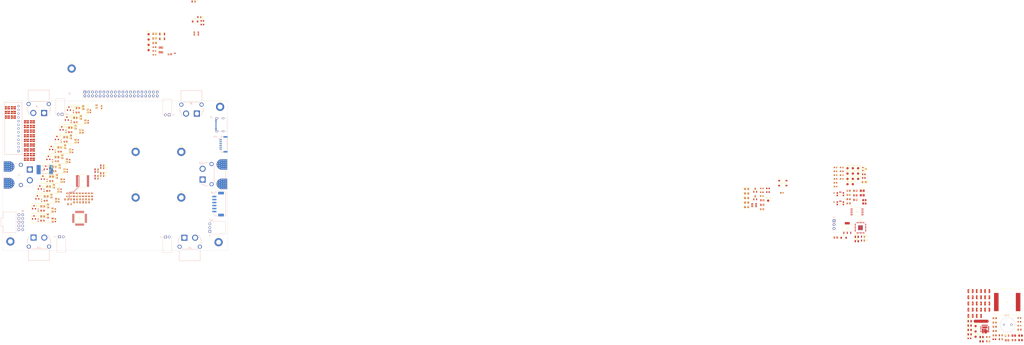
<source format=kicad_pcb>
(kicad_pcb (version 20221018) (generator pcbnew)
  (layers (0 "F.Cu" signal) (1 "In1.Cu" power) (2 "In2.Cu" power) (31 "B.Cu" signal) (34 "B.Paste" user) (35 "F.Paste" user) (36 "B.SilkS" user "B.Silkscreen") (37 "F.SilkS" user "F.Silkscreen") (38 "B.Mask" user) (39 "F.Mask" user) (44 "Edge.Cuts" user))
  (net 0 "")
  (net 1 "GND")
  (net 2 "Net-(U2-BAT)")
  (net 3 "+3V3")
  (net 4 "+1V1")
  (net 5 "+BATT")
  (net 6 "Net-(U2-SRP)")
  (net 7 "Net-(U2-SRN)")
  (net 8 "Net-(U2-REG18)")
  (net 9 "/Microcontroller/XIN")
  (net 10 "+5V")
  (net 11 "Net-(C24-Pad2)")
  (net 12 "Net-(Q13-S)")
  (net 13 "GNDPWR")
  (net 14 "GNDA")
  (net 15 "Net-(C42-Pad2)")
  (net 16 "Net-(U6-VDD)")
  (net 17 "Net-(U6-SS)")
  (net 18 "Net-(U6-VDRV)")
  (net 19 "Net-(U6-VSNS)")
  (net 20 "Net-(C46-Pad2)")
  (net 21 "Net-(C47-Pad1)")
  (net 22 "Net-(U6-PHASE)")
  (net 23 "Net-(C49-Pad1)")
  (net 24 "Net-(D1-Pad1)")
  (net 25 "/Microcontroller/VBUS")
  (net 26 "Net-(Q2-E)")
  (net 27 "Net-(Q3-E)")
  (net 28 "Net-(Q4-E)")
  (net 29 "Net-(Q5-E)")
  (net 30 "Net-(Q6-E)")
  (net 31 "Net-(Q7-E)")
  (net 32 "Net-(Q8-E)")
  (net 33 "Net-(Q9-E)")
  (net 34 "Net-(Q10-E)")
  (net 35 "Net-(Q11-E)")
  (net 36 "Net-(Q12-E)")
  (net 37 "/Microcontroller/USB_D+")
  (net 38 "/Microcontroller/USB_D-")
  (net 39 "/Microcontroller/SWCLK")
  (net 40 "/Microcontroller/SWD")
  (net 41 "/Battery Stack Monitor/SPI_TX")
  (net 42 "/Battery Stack Monitor/SPI_CS")
  (net 43 "/Battery Stack Monitor/SPI_SCLK")
  (net 44 "Net-(J1-Pad13)")
  (net 45 "Net-(LED1-K)")
  (net 46 "Net-(LED1-A)")
  (net 47 "Net-(LED2-K)")
  (net 48 "Net-(LED2-A)")
  (net 49 "Net-(LED3-K)")
  (net 50 "Net-(LED3-A)")
  (net 51 "Net-(LED4-K)")
  (net 52 "Net-(LED4-A)")
  (net 53 "Net-(LED5-K)")
  (net 54 "Net-(LED5-A)")
  (net 55 "Net-(LED6-K)")
  (net 56 "Net-(LED6-A)")
  (net 57 "Net-(LED7-K)")
  (net 58 "Net-(LED7-A)")
  (net 59 "Net-(LED8-K)")
  (net 60 "Net-(LED8-A)")
  (net 61 "Net-(LED9-K)")
  (net 62 "Net-(LED9-A)")
  (net 63 "Net-(LED10-K)")
  (net 64 "Net-(LED10-A)")
  (net 65 "Net-(LED11-K)")
  (net 66 "Net-(LED11-A)")
  (net 67 "Net-(LED12-K)")
  (net 68 "Net-(LED12-A)")
  (net 69 "Net-(LED13-A)")
  (net 70 "Net-(J3-CC1_A)")
  (net 71 "/Battery Stack Monitor/C12")
  (net 72 "/Battery Stack Monitor/C11")
  (net 73 "/Battery Stack Monitor/C10")
  (net 74 "/Battery Stack Monitor/C9")
  (net 75 "/Battery Stack Monitor/C8")
  (net 76 "/Battery Stack Monitor/C7")
  (net 77 "/Battery Stack Monitor/C6")
  (net 78 "/Battery Stack Monitor/C5")
  (net 79 "/Battery Stack Monitor/C4")
  (net 80 "/Battery Stack Monitor/C3")
  (net 81 "/Battery Stack Monitor/C2")
  (net 82 "/Battery Stack Monitor/C1")
  (net 83 "/Battery Stack Monitor/C0")
  (net 84 "/Battery Stack Monitor/SPI_RX")
  (net 85 "Net-(U7-VOUT)")
  (net 86 "Net-(U9-VDD)")
  (net 87 "/Battery Stack Monitor/ALERT")
  (net 89 "Net-(J3-CC1_B)")
  (net 91 "/Battery Stack Monitor/RST_SHUT")
  (net 92 "Net-(LED14-A)")
  (net 93 "/External Connections and Sensing/RGB_DIN")
  (net 94 "Net-(U8-VDD)")
  (net 95 "/Microcontroller/GPIO10")
  (net 96 "/Microcontroller/GPIO11")
  (net 97 "/Microcontroller/PIXDAT")
  (net 98 "/Microcontroller/GPIO13")
  (net 99 "/Microcontroller/GPIO14")
  (net 100 "/Microcontroller/GPIO15")
  (net 101 "/Microcontroller/GPIO29_ADC3")
  (net 102 "/Microcontroller/GPIO28_ADC2")
  (net 103 "/Microcontroller/PIXCLK")
  (net 104 "/Microcontroller/DACCLK")
  (net 105 "/Microcontroller/GPIO25")
  (net 106 "/Microcontroller/GPIO24")
  (net 107 "/Microcontroller/GPIO23")
  (net 108 "/Microcontroller/GPIO22")
  (net 109 "Net-(R109-Pad2)")
  (net 110 "/Microcontroller/GPIO21")
  (net 111 "/Microcontroller/GPIO20")
  (net 112 "/Microcontroller/GPIO19")
  (net 113 "/Microcontroller/GPIO18")
  (net 114 "/Microcontroller/GPIO17")
  (net 115 "/Microcontroller/GPIO16")
  (net 116 "/Microcontroller/RUN")
  (net 117 "/Battery Stack Monitor/-BATT")
  (net 118 "+3.3V")
  (net 121 "Net-(U6-SW)")
  (net 122 "Net-(Q2-B)")
  (net 123 "Net-(Q3-B)")
  (net 124 "Net-(Q4-B)")
  (net 125 "Net-(Q5-B)")
  (net 126 "Net-(Q6-B)")
  (net 127 "Net-(Q7-B)")
  (net 128 "Net-(Q8-B)")
  (net 129 "Net-(Q9-B)")
  (net 130 "Net-(Q10-B)")
  (net 131 "Net-(Q11-B)")
  (net 132 "Net-(Q12-B)")
  (net 133 "Net-(U1-~{E})")
  (net 134 "Net-(U1-S0)")
  (net 135 "Net-(U1-S1)")
  (net 136 "Net-(U1-S2)")
  (net 137 "Net-(U1-S3)")
  (net 138 "Net-(U2-VC11)")
  (net 139 "Net-(U2-VC10)")
  (net 140 "Net-(U2-VC9)")
  (net 141 "Net-(U2-VC8)")
  (net 142 "Net-(U2-VC7)")
  (net 143 "Net-(U2-VC6)")
  (net 144 "Net-(U2-VC5)")
  (net 145 "Net-(U2-VC4)")
  (net 146 "Net-(U2-VC3)")
  (net 147 "Net-(U2-PACK)")
  (net 148 "/Microcontroller/XOUT")
  (net 149 "/Microcontroller/~{USB_BOOT}")
  (net 150 "/Microcontroller/QSPI_SS")
  (net 151 "Net-(U2-TS1)")
  (net 152 "Net-(U5-USB_DP)")
  (net 153 "Net-(U5-USB_DM)")
  (net 154 "Net-(U6-EN)")
  (net 155 "Net-(R105-Pad1)")
  (net 156 "Net-(U6-COMP)")
  (net 157 "Net-(U6-ILIMIT)")
  (net 158 "Net-(U6-ULTRASONIC)")
  (net 159 "Net-(U6-MODE)")
  (net 160 "Net-(U6-FSW)")
  (net 161 "Net-(U6-BOOT)")
  (net 162 "Net-(U6-VFB)")
  (net 163 "Net-(U1-COM)")
  (net 171 "Net-(U2-TS2)")
  (net 172 "Net-(U2-TS3)")
  (net 173 "Net-(U2-DCHG)")
  (net 174 "Net-(U2-DDSG)")
  (net 180 "/Microcontroller/QSPI_SD1")
  (net 181 "/Microcontroller/QSPI_SD2")
  (net 182 "/Microcontroller/QSPI_SD0")
  (net 183 "/Microcontroller/QSPI_SCLK")
  (net 184 "/Microcontroller/QSPI_SD3")
  (net 186 "/External Connections and Sensing/RGB_DOUT")
  (net 187 "Net-(Q1-B)")
  (net 188 "/Microcontroller/DACDAT")
  (net 189 "/Microcontroller/TEMP_BAL")
  (net 190 "/Microcontroller/TEMP_CORE")
  (net 195 "/External Connections and Sensing/PIX_CLK")
  (net 196 "/External Connections and Sensing/PIX_DAT")
  (net 201 "/External Connections and Sensing/DAC_DAT")
  (net 202 "/External Connections and Sensing/DAC_CLK")
  (net 203 "/External Connections and Sensing/TEMP_CORE")
  (net 204 "/External Connections and Sensing/TEMP_BAL")
  (net 207 "Net-(J15-Pad4)")
  (net 208 "Net-(R122-Pad2)")
  (net 209 "Net-(R123-Pad2)")
  (net 211 "Net-(J3-D+_A)")
  (net 212 "Net-(J3-D-_A)")
  (footprint "FixedWing:RESC2012X50N" (layer "F.Cu") (at 63.25 109.7 -90)
    (fp_text reference "R1")
    (fp_text value "100" hide)
  )
  (footprint "MountingHole:MountingHole_3.2mm_M3_ISO14580_Pad" (layer "F.Cu") (at 174 124.5)
    (fp_text reference "H4")
    (fp_text value "MountingHole_Pad")
  )
  (footprint "FixedWing:CAPC1608X90N" (layer "F.Cu") (at 540.77 91)
    (fp_text reference "C72")
    (fp_text value "1µ")
  )
  (footprint "TestPoint:TestPoint_Pad_D1.5mm" (layer "F.Cu") (at 127.275 -3.915)
    (fp_text reference "TP4")
    (fp_text value "TestPoint")
  )
  (footprint "FixedWing:RES_CRCW_0805_VIS" (layer "F.Cu") (at 75.5 92.8 -90)
    (fp_text reference "R78")
    (fp_text value "0")
  )
  (footprint "FixedWing:KOA_Speer-RK73H2A-0-0-MFG" (layer "F.Cu") (at 161.1 -26.04)
    (fp_text reference "R91")
    (fp_text value "10k" hide)
  )
  (footprint "FixedWing:KOA_Speer-RK73H2A-0-0-MFG" (layer "F.Cu") (at 604.16 123.3629)
    (fp_text reference "R100")
    (fp_text value "10k" hide)
  )
  (footprint "FixedWing:RES_CRCW_0805_VIS" (layer "F.Cu") (at 86.5 97.8)
    (fp_text reference "R82")
    (fp_text value "0")
  )
  (footprint "FixedWing:RESC2012X50N" (layer "F.Cu") (at 81.6 50.351 -90)
    (fp_text reference "R46")
    (fp_text value "100" hide)
  )
  (footprint "FixedWing:RESC2012X50N" (layer "F.Cu") (at 67.85 73.9 90)
    (fp_text reference "R30")
    (fp_text value "475" hide)
  )
  (footprint "FixedWing:RES_R1632_ROM" (layer "F.Cu") (at 45.7 69.019871 90)
    (fp_text reference "R3")
    (fp_text value "15")
  )
  (footprint "FixedWing:RC0805N_YAG" (layer "F.Cu") (at 692.1307 183.887)
    (fp_text reference "R116")
    (fp_text value "11.5k")
  )
  (footprint "FixedWing:RESC2012X50N" (layer "F.Cu") (at 63.2 103 -90)
    (fp_text reference "R6")
    (fp_text value "100" hide)
  )
  (footprint "FixedWing:BZT52C5V6T7" (layer "F.Cu") (at 55.8 96.4 90)
    (fp_text reference "Z3")
    (fp_text value "BZT52C5V6T-7" hide)
  )
  (footprint "FixedWing:RC0805N_YAG" (layer "F.Cu") (at 67.9509 63.949 180)
    (fp_text reference "R37")
    (fp_text value "27")
  )
  (footprint "FixedWing:QFP50P900X900X120-48N" (layer "F.Cu") (at 81.2 108.5 -90)
    (fp_text reference "U2")
    (fp_text value "BQ7697202PFBR" hide)
  )
  (footprint "TestPoint:TestPoint_Pad_D1.5mm" (layer "F.Cu") (at 127.275 -11.015)
    (fp_text reference "TP2")
    (fp_text value "TestPoint")
  )
  (footprint "FixedWing:IND_IHLP-6767GZ_VIS" (layer "F.Cu") (at 700.5 164.5)
    (fp_text reference "L1")
    (fp_text value "5.6u")
  )
  (footprint "FixedWing:RESC2012X50N" (layer "F.Cu") (at 131.3 -8.715)
    (fp_text reference "R93")
    (fp_text value "100" hide)
  )
  (footprint "FixedWing:KOA_Speer-RK73H2A-0-0-MFG" (layer "F.Cu") (at 604.16 120.7629)
    (fp_text reference "R99")
    (fp_text value "10k" hide)
  )
  (footprint "FixedWing:G-32_MUR" (layer "F.Cu") (at 681.5896 173.7705)
    (fp_text reference "C60")
    (fp_text value "47µ")
  )
  (footprint "FixedWing:RESC2012X50N" (layer "F.Cu") (at 92.5 33.7255 -90)
    (fp_text reference "R61")
    (fp_text value "100" hide)
  )
  (footprint "FixedWing:G-32_MUR" (layer "F.Cu") (at 681.5896 161.3217)
    (fp_text reference "C57")
    (fp_text value "47µ")
  )
  (footprint "FixedWing:RES_R1632_ROM" (layer "F.Cu") (at 45.7 44.0279 90)
    (fp_text reference "R43")
    (fp_text value "15")
  )
  (footprint "FixedWing:RES_R1632_ROM" (layer "F.Cu") (at 45.7 53.315843 90)
    (fp_text reference "R28")
    (fp_text value "15")
  )
  (footprint "FixedWing:G-32_MUR" (layer "F.Cu") (at 687.1616 169.6209)
    (fp_text reference "C64")
    (fp_text value "47µ")
  )
  (footprint "FixedWing:RES_R1632_ROM" (layer "F.Cu") (at 33 34.6279 90)
    (fp_text reference "R58")
    (fp_text value "15")
  )
  (footprint "TestPoint:TestPoint_Pad_D1.5mm" (layer "F.Cu") (at 679.3866 184.1623)
    (fp_text reference "TP17")
    (fp_text value "TestPoint")
  )
  (footprint "TestPoint:TestPoint_Pad_D1.5mm" (layer "F.Cu") (at 679.3866 180.6123)
    (fp_text reference "TP16")
    (fp_text value "TestPoint")
  )
  (footprint "FixedWing:SOIC_208MIL_WIN" (layer "F.Cu") (at 600.2271 104.2255)
    (fp_text reference "U3")
    (fp_text value "W25Q128JVSIQ TR")
  )
  (footprint "FixedWing:CAP_GCJ-18_MUR" (layer "F.Cu") (at 585.8375 74.5576)
    (fp_text reference "C25")
    (fp_text value "0.1µ")
  )
  (footprint "FixedWing:G-32_MUR" (layer "F.Cu") (at 687.1616 161.3217)
    (fp_text reference "C62")
    (fp_text value "47µ")
  )
  (footprint "FixedWing:SOT95P240X105-3N" (layer "F.Cu") (at 50.8 101.1 90)
    (fp_text reference "Q2")
    (fp_text value "DNBT8105-7")
  )
  (footprint "FixedWing:LEDC2012X120N" (layer "F.Cu") (at 58.9 93.9)
    (fp_text reference "LED3")
    (fp_text value "LTST-C170KRKT" hide)
  )
  (footprint "FixedWing:CAP_GCJ-18_MUR" (layer "F.Cu") (at 65.05 109.8255 -90)
    (fp_text reference "C1")
    (fp_text value "0.1µ")
  )
  (footprint "FixedWing:SOT23-6L_STM" (layer "F.Cu") (at 159.12315 -14.997301)
    (fp_text reference "CR1")
    (fp_text value "USBLC6-2SC6")
  )
  (footprint "FixedWing:RES_R1632_ROM" (layer "F.Cu") (at 49.7 62.8279 90)
    (fp_text reference "R14")
    (fp_text value "15")
  )
  (footprint "FixedWing:G-32_MUR" (layer "F.Cu") (at 676.0176 165.4713)
    (fp_text reference "C53")
    (fp_text value "47µ")
  )
  (footprint "FixedWing:KOA_Speer-RK73H2A-0-0-MFG" (layer "F.Cu") (at 96.3 80.1)
    (fp_text reference "R70")
    (fp_text value "10k" hide)
  )
  (footprint "FixedWing:KOA_Speer-RK73H2A-0-0-MFG" (layer "F.Cu") (at 157.3 -36.44)
    (fp_text reference "R62")
    (fp_text value "10k" hide)
  )
  (footprint "FixedWing:CAP_GCJ-18_MUR" (layer "F.Cu") (at 585.8375 84.7552)
    (fp_text reference "C33")
    (fp_text value "0.1µ")
  )
  (footprint "FixedWing:RESC2012X50N" (layer "F.Cu") (at 62.4 93.7 90)
    (fp_text reference "R15")
    (fp_text value "475" hide)
  )
  (footprint "FixedWing:D_SOD-123" (layer "F.Cu") (at 158.32 -23.065)
    (fp_text reference "D1")
    (fp_text value "100V")
  )
  (footprint "FixedWing:CAPC2012X94N" (layer "F.Cu") (at 704.9296 186.9553)
    (fp_text reference "C44")
    (fp_text value "33n")
  )
  (footprint "FixedWing:RC0805N_YAG" (layer "F.Cu") (at 536.7991 102.4571)
    (fp_text reference "R120")
    (fp_text value "8.16k")
  )
  (footprint "FixedWing:RESC2012X50N" (layer "F.Cu") (at 85.1 43.8 -90)
    (fp_text reference "R51")
    (fp_text value "100" hide)
  )
  (footprint "FixedWing:RES_R1632_ROM" (layer "F.Cu") (at 45.7 62.8279 90)
    (fp_text reference "R13")
    (fp_text value "15")
  )
  (footprint "FixedWing:RES_CRCW_0805_VIS" (layer "F.Cu") (at 74.5 99)
    (fp_text reference "R88")
    (fp_text value "0")
  )
  (footprint "FixedWing:G-32_MUR" (layer "F.Cu") (at 676.0176 169.6209)
    (fp_text reference "C54")
    (fp_text value "47µ")
  )
  (footprint "FixedWing:DB0024A_N" (layer "F.Cu") (at 83.174998 83.574999)
    (fp_text reference "U1")
    (fp_text value "CD74HC4067")
  )
  (footprint "FixedWing:LEDC2012X120N" (layer "F.Cu") (at 56.6 100.5)
    (fp_text reference "LED2")
    (fp_text value "LTST-C170KRKT" hide)
  )
  (footprint "FixedWing:RESC2012X50N" (layer "F.Cu") (at 69.6 67.3 90)
    (fp_text reference "R35")
    (fp_text value "475" hide)
  )
  (footprint "MountingHole:MountingHole_3.2mm_M3_ISO14580_Pad" (layer "F.Cu") (at 149.1 94.6)
    (fp_text reference "H6")
    (fp_text value "MountingHole_Pad")
  )
  (footprint "FixedWing:LED_LTST-C170KGKT_LTO" (layer "F.Cu") (at 704.9315 189.9606)
    (fp_text reference "LED14")
    (fp_text value "LTST-C170KGKT")
  )
  (footprint "FixedWing:CAP_GCJ-18_MUR" (layer "F.Cu") (at 70.9 83.3255 90)
    (fp_text reference "C5")
    (fp_text value "0.1µ")
  )
  (footprint "FixedWing:RES_CRCW_0805_VIS" (layer "F.Cu") (at 77.5 92.8 -90)
    (fp_text reference "R77")
    (fp_text value "0")
  )
  (footprint "FixedWing:CAP_GCJ-18_MUR" (layer "F.Cu") (at 72.95 76.7255 90)
    (fp_text reference "C6")
    (fp_text value "0.1µ")
  )
  (footprint "FixedWing:RESC2012X50N" (layer "F.Cu") (at 78.5 56.8 -90)
    (fp_text reference "R41")
    (fp_text value "100" hide)
  )
  (footprint "FixedWing:BZT52C5V6T7" (layer "F.Cu") (at 53.6 103 90)
    (fp_text reference "Z2")
    (fp_text value "BZT52C5V6T-7" hide)
  )
  (footprint "FixedWing:RESC2012X50N" (layer "F.Cu") (at 60.1 100.3 90)
    (fp_text reference "R10")
    (fp_text value "475" hide)
  )
  (footprint "TestPoint:TestPoint_Pad_D1.5mm" (layer "F.Cu") (at 600.975 78.6079)
    (fp_text reference "TP14")
    (fp_text value "TestPoint")
  )
  (footprint "TestPoint:TestPoint_Pad_D1.5mm" (layer "F.Cu") (at 597.425 78.6079)
    (fp_text reference "TP10")
    (fp_text value "TestPoint")
  )
  (footprint "FixedWing:RC0805N_YAG" (layer "F.Cu") (at 56.4009 110.1 180)
    (fp_text reference "R2")
    (fp_text value "27")
  )
  (footprint "FixedWing:SOT223-3_ONS" (layer "F.Cu") (at 593.7133 115.029)
    (fp_text reference "U4")
    (fp_text value "NCP1117ST33T3G")
  )
  (footprint "FixedWing:CAP_GCJ-18_MUR" (layer "F.Cu") (at 74.6 70.1745 90)
    (fp_text reference "C7")
    (fp_text value "0.1µ")
  )
  (footprint "FixedWing:RES_R1632_ROM" (layer "F.Cu") (at 49.7 69.022014 90)
    (fp_text reference "R4")
    (fp_text value "15")
  )
  (footprint "FixedWing:LEDC2012X120N" (layer "F.Cu") (at 68 61.1)
    (fp_text reference "LED8")
    (fp_text value "LTST-C170KRKT" hide)
  )
  (footprint "FixedWing:RES_CRCW_0805_VIS" (layer "F.Cu") (at 88.5 95.8)
    (fp_text reference "R81")
    (fp_text value "0")
  )
  (footprint "FixedWing:RESC2012X50N" (layer "F.Cu") (at 86.6 36.749 -90)
    (fp_text reference "R56")
    (fp_text value "100" hide)
  )
  (footprint "NetTie:NetTie-2_SMD_Pad0.5mm" (layer "F.Cu") (at 144.86 -1.85)
    (fp_text reference "NT1" hide)
    (fp_text value "NetTie_2" hide)
  )
  (footprint "TestPoint:TestPoint_Pad_D1.5mm" (layer "F.Cu") (at 593.875 75.0579)
    (fp_text reference "TP5")
    (fp_text value "TestPoint")
  )
  (footprint "FixedWing:RC0805N_YAG" (layer "F.Cu") (at 66.0509 70.449 180)
    (fp_text reference "R32")
    (fp_text value "27")
  )
  (footprint "FixedWing:LEDC2012X120N" (layer "F.Cu") (at 80.1491 34.7)
    (fp_text reference "LED12")
    (fp_text value "LTST-C170KRKT" hide)
  )
  (footprint "FixedWing:RESC2012X60N" (layer "F.Cu") (at 675.4216 177.3023)
    (fp_text reference "R104")
    (fp_text value "562k")
  )
  (footprint "FixedWing:RESC2012X60N" (layer "F.Cu") (at 600.07 120.9279)
    (fp_text reference "R95")
    (fp_text value "5.6k")
  )
  (footprint "FixedWing:RES_R1632_ROM" (layer "F.Cu") (at 45.7 50.219862 90)
    (fp_text reference "R33")
    (fp_text value "15")
  )
  (footprint "FixedWing:G-32_MUR" (layer "F.Cu") (at 681.5896 165.4713)
    (fp_text reference "C58")
    (fp_text value "47µ")
  )
  (footprint "FixedWing:RES_CRCW_0805_VIS" (layer "F.Cu") (at 76.5 95.8)
    (fp_text reference "R87")
    (fp_text value "0")
  )
  (footprint "FixedWing:G-21_MUR" (layer "F.Cu") (at 687.7607 190.7448)
    (fp_text reference "C48")
    (fp_text value "1.5n")
  )
  (footprint "TestPoint:TestPoint_Pad_D1.5mm" (layer "F.Cu") (at 597.425 82.1579)
    (fp_text reference "TP11")
    (fp_text value "TestPoint")
  )
  (footprint "FixedWing:BZT52C5V6T7" (layer "F.Cu") (at 53.55 109.7 90)
    (fp_text reference "Z1")
    (fp_text value "BZT52C5V6T-7" hide)
  )
  (footprint "FixedWing:CAP_GCJ-18_MUR" (layer "F.Cu") (at 585.8375 77.107)
    (fp_text reference "C29")
    (fp_text value "0.1µ")
  )
  (footprint "FixedWing:RES_CRCW_0805_VIS" (layer "F.Cu") (at 83.5 92.8 -90)
    (fp_text reference "R74")
    (fp_text value "0")
  )
  (footprint "FixedWing:RESC2012X50N" (layer "F.Cu") (at 72.8 70 -90)
    (fp_text reference "R31")
    (fp_text value "100" hide)
  )
  (footprint "FixedWing:RES_R1632_ROM" (layer "F.Cu") (at 45.7 56.411824 90)
    (fp_text reference "R23")
    (fp_text value "15")
  )
  (footprint "FixedWing:RESC2012X50N" (layer "F.Cu") (at 78.5 47.651 90)
    (fp_text reference "R50")
    (fp_text value "475" hide)
  )
  (footprint "FixedWing:RC0805N_YAG" (layer "F.Cu") (at 56.4509 103.4 180)
    (fp_text reference "R7")
    (fp_text value "27")
  )
  (footprint "FixedWing:G-32_MUR" (layer "F.Cu") (at 676.0176 157.1721)
    (fp_text reference "C51")
    (fp_text value "47µ")
  )
  (footprint "FixedWing:CAPC2012X70" (layer "F.Cu") (at 603.7084 90.0813)
    (fp_text reference "C23")
    (fp_text value "15p")
  )
  (footprint "FixedWing:CAP_CL21B106KOQNNNE_SAM" (layer "F.Cu") (at 599.0453 90.1016)
    (fp_text reference "C26")
    (fp_text value "10µ")
  )
  (footprint "FixedWing:KOA_Speer-RK73H2A-0-0-MFG" (layer "F.Cu") (at 96.3 78.3)
    (fp_text reference "R69")
    (fp_text value "10k" hide)
  )
  (footprint "FixedWing:RES_CRCW_0805_VIS" (layer "F.Cu") (at 79.5 92.8 -90)
    (fp_text reference "R76")
    (fp_text value "0")
  )
  (footprint "FixedWing:RES_R1632_ROM" (layer "F.Cu") (at 33 37.723881 90)
    (fp_text reference "R53")
    (fp_text value "15")
  )
  (footprint "FixedWing:SOT95P240X105-3N" (layer "F.Cu") (at 50.75 107.9 90)
    (fp_text reference "Q1")
    (fp_text value "DNBT8105-7")
  )
  (footprint "TestPoint:TestPoint_Pad_D1.5mm" (layer "F.Cu") (at 127.275 -7.465)
    (fp_text reference "TP3")
    (fp_text value "TestPoint")
  )
  (footprint "TestPoint:TestPoint_Pad_D1.5mm" (layer "F.Cu") (at 593.875 82.1579)
    (fp_text reference "TP7")
    (fp_text value "TestPoint")
  )
  (footprint "MountingHole:MountingHole_3.2mm_M3_ISO14580_Pad" (layer "F.Cu") (at 149.1 64.1)
    (fp_text reference "H8")
    (fp_text value "MountingHole_Pad")
  )
  (footprint "FixedWing:RES_R1632_ROM" (layer "F.Cu") (at 49.7 44.0279 90)
    (fp_text reference "R44")
    (fp_text value "15")
  )
  (footprint "FixedWing:G-21_MUR" (layer "F.Cu") (at 687.7607 187.8398)
    (fp_text reference "C46")
    (fp_text value "3.9n")
  )
  (footprint "FixedWing:CAP_GCJ-18_MUR" (layer "F.Cu") (at 131.1375 -3.3659)
    (fp_text reference "C18")
    (fp_text value "0.1µ")
  )
  (footprint "FixedWing:RC0805N_YAG" (layer "F.Cu") (at 692.1307 178.1786)
    (fp_text reference "R109")
    (fp_text value "1k")
  )
  (footprint "FixedWing:LEDC2012X120N" (layer "F.Cu") (at 66.1 67.6)
    (fp_text reference "LED7")
    (fp_text value "LTST-C170KRKT" hide)
  )
  (footprint "FixedWing:RES_CRCW_0805_VIS" (layer "F.Cu") (at 73 92.8 -90)
    (fp_text reference "R79")
    (fp_text value "0")
  )
  (footprint "FixedWing:CAP_CC0805_YAG" (layer "F.Cu") (at 700.3974 190.0514)
    (fp_text reference "C42")
    (fp_text value "560p")
  )
  (footprint "FixedWing:G-32_MUR" (layer "F.Cu") (at 687.1616 165.4713)
    (fp_text reference "C63")
    (fp_text value "47µ")
  )
  (footprint "FixedWing:CAP_CL21B106KOQNNNE_SAM" (layer "F.Cu") (at 536.8753 96.4487)
    (fp_text reference "C70")
    (fp_text value "10µ")
  )
  (footprint "FixedWing:G-32_MUR" (layer "F.Cu") (at 681.5896 169.6209)
    (fp_text reference "C59")
    (fp_text value "47µ")
  )
  (footprint "FixedWing:KOA_Speer-RK73H2A-0-0-MFG" (layer "F.Cu") (at 96.3 73.2)
    (fp_text reference "R67")
    (fp_text value "10k" hide)
  )
  (footprint "TestPoint:TestPoint_Pad_D1.5mm" (layer "F.Cu") (at 600.975 75.0579)
    (fp_text reference "TP13")
    (fp_text value "TestPoint")
  )
  (footprint "FixedWing:LEDC2012X120N" (layer "F.Cu") (at 56.55 107.2)
    (fp_text reference "LED1")
    (fp_text value "LTST-C170KRKT" hide)
  )
  (footprint "FixedWing:LEDC2012X120N" (layer "F.Cu") (at 71.9 54.3)
    (fp_text reference "LED9")
    (fp_text value "LTST-C170KRKT" hide)
  )
  (footprint "TestPoint:TestPoint_Pad_D1.5mm" (layer "F.Cu") (at 127.275 -14.565)
    (fp_text reference "TP1")
    (fp_text value "TestPoint")
  )
  (footprint "MountingHole:MountingHole_3.2mm_M3_ISO14580_Pad" (layer "F.Cu") (at 175 34)
    (fp_text reference "H2")
    (fp_text value "MountingHole_Pad")
  )
  (footprint "FixedWing:SOT95P240X105-3N" (layer "F.Cu") (at 72.7 41.8 90)
    (fp_text reference "Q11")
    (fp_text value "DNBT8105-7")
  )
  (footprint "FixedWing:RC0805N_YAG" (layer "F.Cu") (at 60.3009 90.2 180)
    (fp_text reference "R17")
    (fp_text value "27")
  )
  (footprint "FixedWing:RC0805N_YAG" (layer "F.Cu") (at 692.1307 175.3244)
    (fp_text reference "R107")
    (fp_text value "523k")
  )
  (footprint "FixedWing:RESC2012X50N" (layer "F.Cu") (at 75.4 54.1 90)
    (fp_text reference "R45")
    (fp_text value "475" hide)
  )
  (footprint "FixedWing:RC0805N_YAG" (layer "F.Cu") (at 594.5991 92.8542)
    (fp_text reference "R98")
    (fp_text value "1k")
  )
  (footprint "FixedWing:RES_CRCW_0805_VIS" (layer "F.Cu") (at 82.5 97.8)
    (fp_text reference "R84")
    (fp_text value "0")
  )
  (footprint "FixedWing:CAPC2012X145N" (layer "F.Cu") (at 709.3946 186.9553)
    (fp_text reference "C45")
    (fp_text value "4.7µ")
  )
  (footprint "FixedWing:RESC2012X50N" (layer "F.Cu") (at 131.3 -14.815)
    (fp_text reference "R80")
    (fp_text value "100" hide)
  )
  (footprint "FixedWing:CAP_GCJ-18_MUR" (layer "F.Cu") (at 67.3 96.5745 90)
    (fp_text reference "C3")
    (fp_text value "0.1µ")
  )
  (footprint "FixedWing:CAP_GCJ-18_MUR" (layer "F.Cu") (at 585.8375 79.6564)
    (fp_text reference "C30")
    (fp_text value "0.1µ")
  )
  (footprint "FixedWing:SOT-23_MC_MCH" (layer "F.Cu") (at 532.2582 89.7858)
    (fp_text reference "U9")
    (fp_text value "MCP9700AT-E/TT")
  )
  (footprint "FixedWing:RESC2012X50N" (layer "F.Cu") (at 64.05 87.1 90)
    (fp_text reference "R20")
    (fp_text value "475" hide)
  )
  (footprint "FixedWing:LED_LTST-C170KGKT_LTO" (layer "F.Cu") (at 585.9899 121.3762)
    (fp_text reference "LED13")
    (fp_text value "LTST-C170KGKT")
  )
  (footprint "FixedWing:CAPC1608X90N" (layer "F.Cu") (at 604.74 79.0729)
    (fp_text reference "C31")
    (fp_text value "1µ")
  )
  (footprint "FixedWing:RC0805N_YAG" (layer "F.Cu") (at 79.9 37.8 180)
    (fp_text reference "R57")
    (fp_text value "27")
  )
  (footprint "FixedWing:CAP_GCJ-18_MUR" (layer "F.Cu") (at 590.0125 77.107)
    (fp_text reference "C37")
    (fp_text value "0.1µ")
  )
  (footprint "FixedWing:RESC2012X50N" (layer "F.Cu") (at 74.8 63.4 -90)
    (fp_text reference "R36")
    (fp_text value "100" hide)
  )
  (footprint "FixedWing:RES_CRCW_0805_VIS" (layer "F.Cu") (at 80.5 95.8)
    (fp_text reference "R85")
    (fp_text value "0")
  )
  (footprint "FixedWing:CAPC1608X90N" (layer "F.Cu") (at 163.18 -21.02)
    (fp_text reference "C22")
    (fp_text value "1µ")
  )
  (footprint "FixedWing:SOT95P240X105-3N" (layer "F.Cu") (at 53 94.5 90)
    (fp_text reference "Q3")
    (fp_text value "DNBT8105-7")
  )
  (footprint "FixedWing:CAP_GCJ-18_MUR" (layer "F.Cu") (at 88.4 36.9745 90)
    (fp_text reference "C12")
    (fp_text value "0.1µ")
  )
  (footprint "FixedWing:RC0805N_YAG" (layer "F.Cu") (at 692.1307 181.0328)
    (fp_text reference "R112")
    (fp_text value "1k")
  )
  (footprint "FixedWing:CAPC1608X90N" (layer "F.Cu") (at 163.18 -23.5)
    (fp_text reference "C21")
    (fp_text value "1µ")
  )
  (footprint "FixedWing:CAP_GCJ-18_MUR" (layer "F.Cu") (at 536.6975 88.5547)
    (fp_text reference "C69")
    (fp_text value "0.1µ")
  )
  (footprint "FixedWing:RESC2012X50N" (layer "F.Cu") (at 71.15 76.6 -90)
    (fp_text reference "R26")
    (fp_text value "100" hide)
  )
  (footprint "FixedWing:RC0805N_YAG" (layer "F.Cu") (at 74.9509 50.9 180)
    (fp_text reference "R47")
    (fp_text value "27")
  )
  (footprint "FixedWing:RESC2012X60N" (layer "F.Cu") (at 675.4216 183.1623)
    (fp_text reference "R106")
    (fp_text value "100k")
  )
  (footprint "FixedWing:RESC2012X50N" (layer "F.Cu") (at 526.51 97.955)
    (fp_text reference "R123")
    (fp_text value "100" hide)
  )
  (footprint "FixedWing:RC0805N_YAG" (layer "F.Cu") (at 58.5509 96.8 180)
    (fp_text reference "R12")
    (fp_text value "27")
  )
  (footprint "FixedWing:SOT95P240X105-3N" (layer "F.Cu") (at 56.6502 81.3 90)
    (fp_text reference "Q5")
    (fp_text value "DNBT8105-7")
  )
  (footprint "FixedWing:CAP_GCJ-18_MUR" (layer "F.Cu") (at 83.4 50.5255 90)
    (fp_text reference "C10")
    (fp_text value "0.1µ")
  )
  (footprint "FixedWing:RESC2012X60N" (layer "F.Cu") (at 600.07 123.8579)
    (fp_text reference "R96")
    (fp_text value "5.6k")
  )
  (footprint "FixedWing:CAP_GCJ-18_MUR" (layer "F.Cu") (at 590.0125 82.2058)
    (fp_text reference "C39")
    (fp_text value "0.1µ")
  )
  (footprint "FixedWing:G-32_MUR" (layer "F.Cu") (at 687.1616 157.1721)
    (fp_text reference "C61")
    (fp_text value "47µ")
  )
  (footprint "FixedWing:G-32_MUR" (layer "F.Cu") (at 676.0176 161.3217)
    (fp_text reference "C52")
    (fp_text value "47µ")
  )
  (footprint "FixedWing:RC0805N_YAG" (layer "F.Cu") (at 594.5991 98.5626)
    (fp_text reference "R102")
    (fp_text value "27")
  )
  (footprint "FixedWing:KOA_Speer-RK73H2A-0-0-MFG" (layer "F.Cu") (at 696.2116 189.3473)
    (fp_text reference "R115")
    (fp_text value "10k" hide)
  )
  (footprint "FixedWing:KOA_Speer-RK73H2A-0-0-MFG" (layer "F.Cu") (at 92.5 77.5)
    (fp_text reference "R64")
    (fp_text value "10k" hide)
  )
  (footprint "FixedWing:RES_R1632_ROM" (layer "F.Cu") (at 49.7 65.923881 90)
    (fp_text reference "R9")
    (fp_text value "15")
  )
  (footprint "FixedWing:CAP_GCJ-18_MUR" (layer "F.Cu") (at 86.9 43.9255 90)
    (fp_text reference "C11")
    (fp_text value "0.1µ")
  )
  (footprint "FixedWing:SOT95P240X105-3N" (layer "F.Cu") (at 66.0498 54.8 90)
    (fp_text reference "Q9")
    (fp_text value "DNBT8105-7")
  )
  (footprint "FixedWing:SOT95P240X105-3N" (layer "F.Cu") (at 62.2502 61.5 90)
    (fp_text reference "Q8")
    (fp_text value "DNBT8105-7")
  )
  (footprint "TestPoint:TestPoint_Pad_D1.5mm" (layer "F.Cu") (at 593.875 85.7079)
    (fp_text reference "TP8")
    (fp_text value "TestPoint")
  )
  (footprint "FixedWing:CAPC1608X90N" (layer "F.Cu") (at 540.77 88.52)
    (fp_text reference "C71")
    (fp_text value "1µ")
  )
  (footprint "FixedWing:RESC2012X60N" (layer "F.Cu") (at 675.4216 180.2323)
    (fp_text reference "R105")
    (fp_text value "100k")
  )
  (footprint "FixedWing:RC0805N_YAG" (layer "F.Cu") (at 62.3509 83.6 180)
    (fp_text reference "R22")
    (fp_text value "27")
  )
  (footprint "FixedWing:RES_R1632_ROM" (layer "F.Cu") (at 49.7 59.507805 90)
    (fp_text reference "R19")
    (fp_text value "15")
  )
  (footprint "FixedWing:RES_R1632_ROM" (layer "F.Cu") (at 45.7 59.507805 90)
    (fp_text reference "R18")
    (fp_text value "15")
  )
  (footprint "FixedWing:LEDC2012X120N" (layer "F.Cu") (at 62.5 80.6)
    (fp_text reference "LED5")
    (fp_text value "LTST-C170KRKT" hide)
  )
  (footprint "FixedWing:RES_CRCW_0805_VIS" (layer "F.Cu") (at 72.5 95.8)
    (fp_text reference "R89")
    (fp_text value "0")
  )
  (footprint "FixedWing:CAP_CL21B106KOQNNNE_SAM" (layer "F.Cu") (at 536.8753 99.5061)
    (fp_text reference "C65")
    (fp_text value "10µ")
  )
  (footprint "FixedWing:KOA_Speer-RK73H2A-0-0-MFG" (layer "F.Cu") (at 96.3 74.9)
    (fp_text reference "R68")
    (fp_text value "10k" hide)
  )
  (footprint "FixedWing:CAP_GCJ-18_MUR" (layer "F.Cu") (at 590.0125 79.6564)
    (fp_text reference "C38")
    (fp_text value "0.1µ")
  )
  (footprint "FixedWing:CAP_GCJ-18_MUR" (layer "F.Cu") (at 536.6975 91.1041)
    (fp_text reference "C67")
    (fp_text value "0.1µ")
  )
  (footprint "FixedWing:RES_R1632_ROM" (layer "F.Cu") (at 49.7 53.315843 90)
    (fp_text reference "R29")
    (fp_text value "15")
  )
  (footprint "FixedWing:RESC2012X50N" (layer "F.Cu") (at 71.5 60.7 90)
    (fp_text reference "R40")
    (fp_text value "475" hide)
  )
  (footprint "FixedWing:RESC2012X50N" (layer "F.Cu") (at 65.5 96.4 -90)
    (fp_text reference "R11")
    (fp_text value "100" hide)
  )
  (footprint "FixedWing:LEDC2012X120N" (layer "F.Cu") (at 75.1 47.851)
    (fp_text reference "LED10")
    (fp_text value "LTST-C170KRKT" hide)
  )
  (footprint "FixedWing:BZT52C5V6T7" (layer "F.Cu") (at 69 56.8 90)
    (fp_text reference "Z9")
    (fp_text value "BZT52C5V6T-7" hide)
  )
  (footprint "FixedWing:CAP_GCJ-18_MUR" (layer "F.Cu") (at 131.1375 -5.9153)
    (fp_text reference "C17")
    (fp_text value "0.1µ")
  )
  (footprint "FixedWing:CAP_GCJ-18_MUR" (layer "F.Cu") (at 708.6191 180.2708)
    (fp_text reference "C50")
    (fp_text value "0.1µ")
  )
  (footprint "FixedWing:CAP_GCJ-18_MUR" (layer "F.Cu") (at 708.6191 175.172)
    (fp_text reference "C41")
    (fp_text value "0.1µ")
  )
  (footprint "FixedWing:CAP_GCJ-18_MUR" (layer "F.Cu") (at 585.8375 87.3046)
    (fp_text reference "C34")
    (fp_text value "0.1µ")
  )
  (footprint "TestPoint:TestPoint_Pad_D1.5mm" (layer "F.Cu") (at 593.875 78.6079)
    (fp_text reference "TP6")
    (fp_text value "TestPoint")
  )
  (footprint "FixedWing:CAP_GCJ-18_MUR" (layer "F.Cu") (at 550.1745 91.5)
    (fp_text reference "C66")
    (fp_text value "0.1µ")
  )
  (footprint "FixedWing:ABM8-272-T3_ABR" (layer "F.Cu") (at 605.1148 97.4871)
    (fp_text reference "X1")
    (fp_text value "ABM8-272-T3")
  )
  (footprint "FixedWing:RES_R1632_ROM" (layer "F.Cu") (at 49.7 47.123881 90)
    (fp_text reference "R39")
    (fp_text value "15")
  )
  (footprint "MountingHole:MountingHole_3.2mm_M3_ISO14580_Pad" (layer "F.Cu") (at 35 124)
    (fp_text reference "H3")
    (fp_text value "MountingHole_Pad")
  )
  (footprint "FixedWing:COM-16347_SPK" (layer "F.Cu") (at 550.7009 85.005)
    (fp_text reference "LED15")
    (fp_text value "COM-16347")
  )
  (footprint "FixedWing:CAPC220145_88N_KEM" (layer "F.Cu") (at 135.505798 -2.524403)
    (fp_text reference "C19")
    (fp_text value "100p")
  )
  (footprint "FixedWing:RESC2012X60N" (layer "F.Cu") (at 675.4216 186.0923)
    (fp_text reference "R113")
    (fp_text value "93.1k")
  )
  (footprint "FixedWing:KOA_Speer-RK73H2A-0-0-MFG" (layer "F.Cu") (at 92.5 81.9)
    (fp_text reference "R66")
    (fp_text value "10k" hide)
  )
  (footprint "FixedWing:SOT95P240X105-3N" (layer "F.Cu") (at 58.6002 74.7 90)
    (fp_text reference "Q6")
    (fp_text value "DNBT8105-7")
  )
  (footprint "NetTie:NetTie-3_SMD_Pad2.0mm" (layer "F.Cu") (at 683.1116 177.3373)
    (fp_text reference "NT2" hide)
    (fp_text value "NetTie_3" hide)
  )
  (footprint "MountingHole:MountingHole_3.2mm_M3_ISO14580_Pad" (layer "F.Cu") (at 118.6 94.6)
    (fp_text reference "H7")
    (fp_text value "MountingHole_Pad")
  )
  (footprint "FixedWing:CAPC1608X90N" (layer "F.Cu") (at 691.9316 189.4073)
    (fp_text reference "C43")
    (fp_text value "1µ")
  )
  (footprint "FixedWing:CAP_GCJ-18_MUR" (layer "F.Cu") (at 80.3 57.0255 90)
    (fp_text reference "C9")
    (fp_text value "0.1µ")
  )
  (footprint "FixedWing:RESC2012X50N" (layer "F.Cu") (at 83.6 34.5 90)
    (fp_text reference "R60")
    (fp_text value "475" hide)
  )
  (footprint "FixedWing:CAP_GCJ-18_MUR" (layer "F.Cu") (at 536.6975 93.6535)
    (fp_text reference "C68")
    (fp_text value "0.1µ")
  )
  (footprint "FixedWing:CAP_CL21B106KOQNNNE_SAM" (layer "F.Cu") (at 599.0453 96.2164)
    (fp_text reference "C28")
    (fp_text value "10µ")
  )
  (footprint "FixedWing:SOT95P260X110-3N" (layer "F.Cu") (at 605.25 75.5579)
    (fp_text reference "Q13")
    (fp_text value "BSS308PE_H6327" hide)
  )
  (footprint "FixedWing:RP2040-QFN-56" (layer "F.Cu") (at 602.525 114.8179)
    (fp_text reference "U5")
    (fp_text value "RP2040")
  )
  (footprint "Resistor_SMD:R_0805_2012Metric" (layer "F.Cu") (at 683.3666 187.8623)
    (fp_text reference "R117")
    (fp_text value "R")
  )
  (footprint "FixedWing:SOT95P240X105-3N" (layer "F.Cu") (at 54.65 87.9 90)
    (fp_text reference "Q4")
    (fp_text value "DNBT8105-7")
  )
  (footprint "FixedWing:RESC2012X50N" (layer "F.Cu") (at 82 41.1 90)
    (fp_text reference "R55")
    (fp_text value "475" hide)
  )
  (footprint "FixedWing:RC0805N_YAG" (layer "F.Cu") (at 71.8509 57.249 180)
    (fp_text reference "R42")
    (fp_text value "27")
  )
  (footprint "FixedWing:RES_R1632_ROM" (layer "F.Cu") (at 37 37.723881 90)
    (fp_text reference "R54")
    (fp_text value "15")
  )
  (footprint "FixedWing:SOT-23_MC_MCH" (layer "F.Cu") (at 532.2582 94.7974)
    (fp_text reference "U8")
    (fp_text value "MCP9700AT-E/TT")
  )
  (footprint "FixedWing:CAP_CL21B106KOQNNNE_SAM" (layer "F.Cu") (at 599.0453 93.159)
    (fp_text reference "C27")
    (fp_text value "10µ")
  )
  (footprint "FixedWing:CAP_GCJ-18_MUR" (layer "F.Cu") (at 68.85 89.9745 90)
    (fp_text reference "C4")
    (fp_text value "0.1µ")
  )
  (footprint "FixedWing:RC0805N_YAG" (layer "F.Cu") (at 141.4291 -1.1729)
    (fp_text reference "R94")
    (fp_text value "1k")
  )
  (footprint "FixedWing:RESC2012X50N" (layer "F.Cu") (at 67.05 89.8 -90)
    (fp_text reference "R16")
    (fp_text value "100" hide)
  )
  (footprint "FixedWing:RESC2012X50N" (layer "F.Cu") (at 526.51 91.855)
    (fp_text reference "R122")
    (fp_text value "100" hide)
  )
  (footprint "FixedWing:RES_R1632_ROM" (layer "F.Cu") (at 33 40.819862 90)
    (fp_text reference "R49")
    (fp_text value "15")
  )
  (footprint "FixedWing:RC0805N_YAG" (layer "F.Cu") (at 594.5991 90)
    (fp_text reference "R97")
    (fp_text value "1k")
  )
  (footprint "FixedWing:RES_R1632_ROM" (layer "F.Cu") (at 37 34.6279 90)
    (fp_text reference "R59")
    (fp_text value "15")
  )
  (footprint "FixedWing:KOA_Speer-RK73H2A-0-0-MFG" (layer "F.Cu") (at 92.5 75.8)
    (fp_text reference "R63")
    (fp_text value "10k" hide)
  )
  (footprint "FixedWing:KMR2_G_CNK" (layer "F.Cu") (at 589.0887 92.4129)
    (fp_text reference "SW1")
    (fp_text value "KMR223G LFG")
  )
  (footprint "FixedWing:RC0805N_VIS" (layer "F.Cu") (at 708.717398 182.967499)
    (fp_text reference "R110")
    (fp_text value "41.2k")
  )
  (footprint "FixedWing:RES_CRCW_0805_VIS" (layer "F.Cu") (at 78.5 97.8)
    (fp_text reference "R86")
    (fp_text value "0")
  )
  (footprint "FixedWing:LEDC2012X120N" (layer "F.Cu") (at 64.35 74.1)
    (fp_text reference "LED6")
    (fp_text value "LTST-C170KRKT" hide)
  )
  (footprint "MountingHole:MountingHole_3.2mm_M3_ISO14580_Pad" (layer "F.Cu") (at 118.6 64.1)
    (fp_text reference "H5")
    (fp_text value "MountingHole_Pad")
  )
  (footprint "FixedWing:BZT52C5V6T7" (layer "F.Cu") (at 61.45 76.6 90)
    (fp_text reference "Z6")
    (fp_text value "BZT52C5V6T-7" hide)
  )
  (footprint "FixedWing:RESC2012X50N" (layer "F.Cu") (at 131.3 -11.765)
    (fp_text reference "R90")
    (fp_text value "100" hide)
  )
  (footprint "FixedWing:RES_CRCW_0805_VIS" (layer "F.Cu") (at 700.4023 186.976)
    (fp_text reference "R111")
    (fp_text value "0")
  )
  (footprint "FixedWing:RC0805N_YAG" (layer "F.Cu") (at 594.5991 95.7084)
    (fp_text reference "R101")
    (fp_text value "27")
  )
  (footprint "FixedWing:G-32_MUR" (layer "F.Cu") (at 681.5896 157.1721)
    (fp_text reference "C56")
    (fp_text value "47µ")
  )
  (footprint "FixedWing:CAP_GCJ-18_MUR" (layer "F.Cu") (at 131.1375 -0.8165)
    (fp_text reference "C20")
    (fp_text value "0.1µ")
  )
  (footprint "FixedWing:RES_R1632_ROM" (layer "F.Cu") (at 37 40.819862 90)
    (fp_text reference "R48")
    (fp_text value "15")
  )
  (footprint "FixedWing:BZT52C5V6T7" (layer "F.Cu") (at 75.6 43.8 90)
    (fp_text reference "Z11")
    (fp_text value "BZT52C5V6T-7" hide)
  )
  (footprint "FixedWing:CAPC2012X70" (layer "F.Cu") (at 603.7084 93.0981)
    (fp_text reference "C24")
    (fp_text value "15p")
  )
  (footprint "FixedWing:RC0805N_YAG" (layer "F.Cu") (at 692.1307 186.7412)
    (fp_text reference "R119")
    (fp_text value "56.2k")
  )
  (footprint "FixedWing:SOT95P240X105-3N" (layer "F.Cu") (at 60.3502 68.1 90)
    (fp_text reference "Q7")
    (fp_text value "DNBT8105-7")
  )
  (footprint "FixedWing:RESC2012X50N" (layer "F.Cu") (at 60.05 107 90)
    (fp_text reference "R5")
    (fp_text value "475" hide)
  )
  (footprint "TestPoint:TestPoint_Pad_D1.5mm" (layer "F.Cu") (at 597.425 85.7079)
    (fp_text reference "TP12")
    (fp_text value "TestPoint")
  )
  (footprint "FixedWing:RC0805N_YAG" (layer "F.Cu") (at 78.4509 44.349 180)
    (fp_text reference "R52")
    (fp_text value "27")
  )
  (footprint "FixedWing:CAP_CL31_SAM" (layer "F.Cu") (at 136.335801 -14.7098)
    (fp_text reference "C14")
    (fp_text value "1µ")
  )
  (footprint "FixedWing:RES_R1632_ROM" (layer "F.Cu") (at 45.7 47.123881 90)
    (fp_text reference "R38")
    (fp_text value "15")
  )
  (footprint "Resistor_SMD:R_0805_2012Metric" (layer "F.Cu") (at 683.3666 190.8123)
    (fp_text reference "R118")
    (fp_text value "R")
  )
  (footprint "FixedWing:SOT-23-6_MC_MCH" (layer "F.Cu") (at 531.546 99.6796)
    (fp_text reference "U7")
    (fp_text value "MCP4726A0T-E/CH")
  )
  (footprint "TestPoint:TestPoint_Pad_D1.5mm" (layer "F.Cu") (at 597.425 75.0579)
    (fp_text reference "TP9")
    (fp_text value "TestPoint")
  )
  (footprint "MountingHole:MountingHole_3.2mm_M3_ISO14580_Pad" (layer "F.Cu") (at 75.9 8.4)
    (fp_text reference "H1")
    (fp_text value "MountingHole_Pad")
  )
  (footprint "TestPoint:TestPoint_Pad_D1.5mm" (layer "F.Cu") (at 540.915 96.695)
    (fp_text reference "TP19")
    (fp_text value "TestPoint")
  )
  (footprint "FixedWing:CAPC220145_88N_KEM" (layer "F.Cu") (at 135.505798 -5.634801)
    (fp_text reference "C16")
    (fp_text value "100p")
  )
  (footprint "FixedWing:CAP_GCJ-18_MUR" (layer "F.Cu") (at 708.6191 177.7214)
    (fp_text reference "C47")
    (fp_text value "0.1µ")
  )
  (footprint "FixedWing:RES_CRCW_0805_VIS" (layer "F.Cu") (at 81.5 92.8 -90)
    (fp_text reference "R75")
    (fp_text value "0")
  )
  (footprint "FixedWing:SOT95P240X105-3N" (layer "F.Cu") (at 69.2502 48.351 90)
    (fp_text reference "Q10")
    (fp_text value "DNBT8105-7")
  )
  (footprint "FixedWing:RES_CRCW_0805_VIS" (layer "F.Cu") (at 89.5 92.8 -90)
    (fp_text reference "R71")
    (fp_text value "0")
  )
  (footprint "FixedWing:KOA_Speer-RK73H2A-0-0-MFG" (layer "F.Cu") (at 696.2116 186.7473)
    (fp_text reference "R108")
    (fp_text value "10k" hide)
  )
  (footprint "FixedWing:RES_R1632_ROM" (layer "F.Cu") (at 49.7 50.219862 90)
    (fp_text reference "R34")
    (fp_text value "15")
  )
  (footprint "FixedWing:CAPC1608X90N" (layer "F.Cu") (at 604.74 81.5529)
    (fp_text reference "C36")
    (fp_text value "1µ")
  )
  (footprint "FixedWing:RESC2012X50N" (layer "F.Cu") (at 526.51 94.905)
    (fp_text reference "R124")
    (fp_text value "100" hide)
  )
  (footprint "FixedWing:RESC2012X50N" (layer "F.Cu") (at 69.1 83.2 -90)
    (fp_text reference "R21")
    (fp_text value "100" hide)
  )
  (footprint "FixedWing:RES_R1632_ROM" (layer "F.Cu") (at 45.7 65.923881 90)
    (fp_text reference "R8")
    (fp_text value "15")
  )
  (footprint "FixedWing:G-32_MUR" (layer "F.Cu") (at 676.0176 173.7705)
    (fp_text reference "C55")
    (fp_text value "47µ")
  )
  (footprint "FixedWing:BZT52C5V6T7" (layer "F.Cu") (at 72.1 50.351 90)
    (fp_text reference "Z10")
    (fp_text value "BZT52C5V6T-7" hide)
  )
  (footprint "FixedWing:RESC2012X50N" (layer "F.Cu") (at 526.51 88.805)
    (fp_text reference "R121")
    (fp_text value "475" hide)
  )
  (footprint "FixedWing:KMR2_G_CNK" (layer "F.Cu") (at 589.0887 98.4801)
    (fp_text reference "SW2")
    (fp_text value "KMR223G LFG")
  )
  (footprint "FixedWing:CONV_SIC461ED-T1-GE3" (layer "F.Cu") (at 685.4616 182.6123)
    (fp_text reference "U6")
    (fp_text value "SIC461ED-T1-GE3")
  )
  (footprint "FixedWing:CAP_GCJ-18_MUR" (layer "F.Cu") (at 65 103.1745 -90)
    (fp_text reference "C2")
    (fp_text value "0.1µ")
  )
  (footprint "FixedWing:CAP_GCJ-18_MUR" (layer "F.Cu") (at 590.0125 74.5576)
    (fp_text reference "C35")
    (fp_text value "0.1µ")
  )
  (footprint "FixedWing:RESC2012X50N" (layer "F.Cu") (at 66 80.5 90)
    (fp_text reference "R25")
    (fp_text value "475" hide)
  )
  (footprint "FixedWing:CAP_GCJ-18_MUR" (layer "F.Cu") (at 95.9 34.1745 90)
    (fp_text reference "C13")
    (fp_text value "0.1µ")
  )
  (footprint "FixedWing:RESC2012X50N" (layer "F.Cu") (at 526.51 101.005)
    (fp_text reference "R125")
    (fp_text value "100" hide)
  )
  (footprint "TestPoint:TestPoint_Pad_D1.5mm" (layer "F.Cu") (at 679.3866 187.7123)
    (fp_text reference "TP18")
    (fp_text value "TestPoint")
  )
  (footprint "FixedWing:SOT95P240X105-3N" (layer "F.Cu") (at 74.0989 35.1753 90)
    (fp_text reference "Q12")
    (fp_text value "DNBT8105-7")
  )
  (footprint "Capacitor_SMD:C_0805_2012Metric" (layer "F.Cu") (at 709.3866 189.9623)
    (fp_text reference "C49")
    (fp_text value "C")
  )
  (footprint "FixedWing:RES_R1632_ROM" (layer "F.Cu") (at 49.7 56.411824 90)
    (fp_text reference "R24")
    (fp_text value "15")
  )
  (footprint "FixedWing:LEDC2012X120N" (layer "F.Cu") (at 78.5 41.3)
    (fp_text reference "LED11")
    (fp_text value "LTST-C170KRKT" hide)
  )
  (footprint "FixedWing:RES_CRCW_0805_VIS" (layer "F.Cu") (at 87.5 92.8 -90)
    (fp_text reference "R72")
    (fp_text value "0")
  )
  (footprint "FixedWing:BZT52C5V6T7" (layer "F.Cu") (at 63.2 70.1 90)
    (fp_text reference "Z7")
    (fp_text value "BZT52C5V6T-7" hide)
  )
  (footprint "FixedWing:BZT52C5V6T7" (layer "F.Cu") (at 65.1 63.6 90)
    (fp_text reference "Z8")
    (fp_text value "BZT52C5V6T-7" hide)
  )
  (footprint "FixedWing:RESC1608X55N" (layer "F.Cu") (at 675.2646 188.7973)
    (fp_text reference "R114")
    (fp_text value "3.3")
  )
  (footprint "FixedWing:RES_CRCW_0805_VIS" (layer "F.Cu") (at 84.5 95.8)
    (fp_text reference "R83")
    (fp_text value "0")
  )
  (footprint "FixedWing:RC0805N_YAG" (layer "F.Cu") (at 64.3009 77 180)
    (fp_text reference "R27")
    (fp_text value "27")
  )
  (footprint "FixedWing:CAP_CL31_SAM" (layer "F.Cu") (at 136.335801 -11.4494)
    (fp_text reference "C15")
    (fp_text value "1µ")
  )
  (footprint "FixedWing:KOA_Speer-RK73H2A-0-0-MFG" (layer "F.Cu") (at 92.5 80.1)
    (fp_text reference "R65")
    (fp_text value "10k" hide)
  )
  (footprint "FixedWing:CAP_GCJ-18_MUR" (layer "F.Cu") (at 76.5 63.5745 90)
    (fp_text reference "C8")
    (fp_text value "0.1µ")
  )
  (footprint "FixedWing:RES_CRCW_0805_VIS" (layer "F.Cu") (at 85.5 92.8 -90)
    (fp_text reference "R73")
    (fp_text value "0")
  )
  (footprint "FixedWing:LEDC2012X120N" (layer "F.Cu") (at 60.55 87.3)
    (fp_text reference "LED4")
    (fp_text value "LTST-C170KRKT" hide)
  )
  (footprint "FixedWing:BZT52C5V6T7" (layer "F.Cu") (at 77.1 37.2 90)
    (fp_text reference "Z12")
    (fp_text value "BZT52C5V6T-7" hide)
  )
  (footprint "FixedWing:CAP_GCJ-18_MUR" (layer "F.Cu") (at 585.8375 82.2058)
    (fp_text reference "C32")
    (fp_text value "0.1µ")
  )
  (footprint "TestPoint:TestPoint_Pad_D1.5mm" (layer "F.Cu") (at 600.975 82.1579)
    (fp_text reference "TP15")
    (fp_text value "TestPoint")
  )
  (footprint "FixedWing:BZT52C5V6T7" (layer "F.Cu") (at 59.5 83.1 90)
    (fp_text reference "Z5")
    (fp_text value "BZT52C5V6T-7" hide)
  )
  (footprint "FixedWing:BZT52C5V6T7" (layer "F.Cu") (at 57.45 89.8 90)
    (fp_text reference "Z4")
    (fp_text value "BZT52C5V6T-7" hide)
  )
  (footprint "FixedWing:RESC2012X50N" (layer "F.Cu") (at 605 84.3179)
    (fp_text reference "R103")
    (fp_text value "475" hide)
  )
  (footprint "FixedWing:D_SOD-123" (layer "F.Cu") (at 591.32 121.5279)
    (fp_text reference "D2")
    (fp_text value "100V")
  )
  (footprint "FixedWing:CONN_SD-105314-100_10_MOL" (layer "B.Cu") (at 43.180001 106.1 90)
    (fp_text reference "J2")
    (fp_text value "1053141210")
  )
  (footprint "FixedWing:XT60PWM_Pad" (layer "B.Cu") (at 48 79.5 -90)
    (fp_text reference "J7")
    (fp_text value "XT60PW-M" hide)
  )
  (footprint "Connector_PinHeader_2.54mm:PinHeader_1x03_P2.54mm_Vertical" (layer "B.Cu") (at 584.9075 110.1876 180)
    (fp_text reference "J4")
    (fp_text value "DEBUG")
  )
  (footprint "FixedWing:XT60PWF" (layer "B.Cu") (at 151.15 121.5)
    (fp_text reference "J11")
    (fp_text value "XT60PW-F" hide)
  )
  (footprint "FixedWing:S13BXHALFSN" (layer "B.Cu") (at 40.45 63.5 90)
    (fp_text reference "J1")
    (fp_text value "S13B-XH-A" hide)
  )
  (footprint "Connector_PinHeader_2.54mm:PinHeader_2x20_P2.54mm_Vertical" (layer "B.Cu") (at 84.74 24.1 -90)
    (fp_text reference "J5")
    (fp_text value "Conn_02x20_Counter_Clockwise")
  )
  (footprint "FixedWing:105313YY03" (layer "B.Cu") (at 168.1546 117.22575 -90)
    (fp_text reference "J12")
    (fp_text value "1053131303" hide)
  )
  (footprint "FixedWing:CAPPRD500W60D1000H2500" (layer "B.Cu") (at 700.7616 179.6723 180)
    (fp_text reference "C40")
    (fp_text value "220µ")
  )
  (footprint "FixedWing:SM06B-GHS-TB" (layer "B.Cu") (at 179.673885 53.6865 -90)
    (fp_text reference "J15")
    (fp_text value "SM06B-GHS-TB" hide)
  )
  (footprint "FixedWing:105313YY02" (layer "B.Cu") (at 67.8 120.9 180)
    (fp_text reference "J17")
    (fp_text value "1053131302" hide)
  )
  (footprint "FixedWing:105313YY02" (layer "B.Cu") (at 69.5 38.9454)
    (fp_text reference "J14")
    (fp_text value "1053131302" hide)
  )
  (footprint "FixedWing:5024940670" (layer "B.Cu") (at 175 99 -90)
    (fp_text reference "J9")
    (fp_text value "5024940670" hide)
  )
  (footprint "FixedWing:AMPHENOL_12402012E212A" (layer "B.Cu") (at 177 46 -90)
    (fp_text reference "J3")
    (fp_text value "12402012E212A")
  )
  (footprint "FixedWing:XT60PWF" (layer "B.Cu") (at 159.5 38.5 180)
    (fp_text reference "J8")
    (fp_text value "XT60PW-F" hide)
  )
  (footprint "FixedWing:XT60PWF" (layer "B.Cu") (at 57.5 38.1 180)
    (fp_text reference "J6")
    (fp_text value "XT60PW-F" hide)
  )
  (footprint "FixedWing:105313YY02" (layer "B.Cu") (at 138.5 121 180)
    (fp_text reference "J18")
    (fp_text value "1053131302" hide)
  )
  (footprint "FixedWing:105313YY02" (layer "B.Cu") (at 140.97575 39.3454)
    (fp_text reference "J16")
    (fp_text value "1053131302" hide)
  )
  (footprint "FixedWing:XT60PWF_Pad" (layer "B.Cu") (at 163.3375 82.6 90)
    (fp_text reference "J13")
    (fp_text value "XT60PW-F" hide)
  )
  (footprint "FixedWing:RES_3920R" (layer "B.Cu") (at 58 76)
    (fp_text reference "R92")
    (fp_text value "0.5m" hide)
  )
  (footprint "FixedWing:XT60PWF" (layer "B.Cu") (at 50.45 121.4)
    (fp_text reference "J10")
    (fp_text value "XT60PW-F" hide)
  )
  (gr_rect (start 51.45 91.9) (end 66.15 98.2) (stroke (width 0.15)) (fill none) (layer "F.SilkS"))
  (gr_rect (start 60.65 58.9) (end 75.35 65.2) (stroke (width 0.15)) (fill none) (layer "F.SilkS"))
  (gr_rect (start 49.2 105.2) (end 63.9 111.5) (stroke (width 0.15)) (fill none) (layer "F.SilkS"))
  (gr_rect (start 57.1 72.1) (end 71.8 78.4) (stroke (width 0.15)) (fill none) (layer "F.SilkS"))
  (gr_rect (start 64.45 52.3) (end 79.15 58.6) (stroke (width 0.15)) (fill none) (layer "F.SilkS"))
  (gr_rect (start 67.65 45.851) (end 82.35 52.151) (stroke (width 0.15)) (fill none) (layer "F.SilkS"))
  (gr_rect (start 72.55 32.749) (end 87.25 39.049) (stroke (width 0.15)) (fill none) (layer "F.SilkS"))
  (gr_rect (start 55.15 78.7) (end 69.85 85) (stroke (width 0.15)) (fill none) (layer "F.SilkS"))
  (gr_rect (start 71.05 39.3) (end 85.75 45.6) (stroke (width 0.15)) (fill none) (layer "F.SilkS"))
  (gr_rect (start 49.25 98.5) (end 63.95 104.8) (stroke (width 0.15)) (fill none) (layer "F.SilkS"))
  (gr_rect (start 53.1 85.3) (end 67.8 91.6) (stroke (width 0.15)) (fill none) (layer "F.SilkS"))
  (gr_rect (start 58.75 65.5) (end 73.45 71.8) (stroke (width 0.15)) (fill none) (layer "F.SilkS"))
  (gr_rect (start 30 30) (end 180 130) (stroke (width 0.1)) (fill none) (layer "Edge.Cuts"))
  (segment (start 74.4765 91.0145) (end 74.2855 91.2055) (width 0.25) (layer "F.Cu") (net 163))
  (segment (start 77.063317 91.0145) (end 74.4765 91.0145) (width 0.25) (layer "F.Cu") (net 163))
  (segment (start 81 87.077817) (end 77.063317 91.0145) (width 0.25) (layer "F.Cu") (net 163))
  (segment (start 74.2855 91.2055) (end 74.2855 96) (width 0.25) (layer "F.Cu") (net 163))
  (segment (start 80.624999 80) (end 81 80.375001) (width 0.25) (layer "F.Cu") (net 163))
  (segment (start 79.549999 80) (end 80.624999 80) (width 0.25) (layer "F.Cu") (net 163))
  (segment (start 81 80.375001) (end 81 87.077817) (width 0.25) (layer "F.Cu") (net 163))
)
</source>
